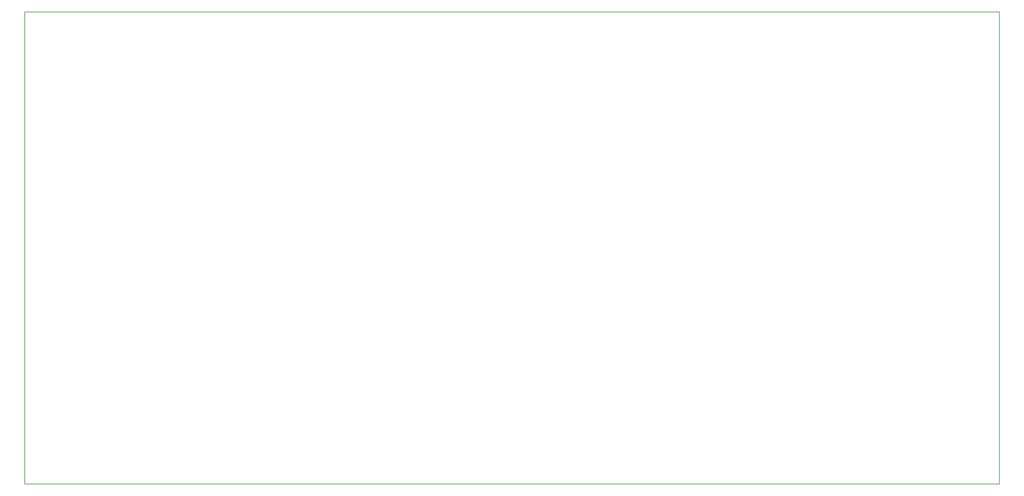
<source format=gbr>
G04 EAGLE Gerber RS-274X export*
G75*
%MOMM*%
%FSLAX34Y34*%
%LPD*%
%IN*%
%IPPOS*%
%AMOC8*
5,1,8,0,0,1.08239X$1,22.5*%
G01*
%ADD10C,0.254000*%


D10*
X0Y0D02*
X3880000Y0D01*
X3880000Y1880000D01*
X0Y1880000D01*
X0Y0D01*
M02*

</source>
